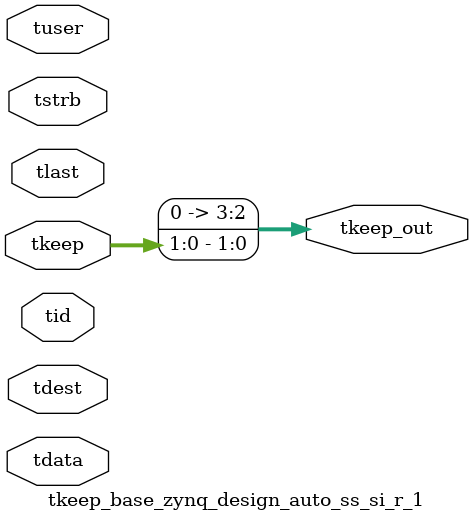
<source format=v>


`timescale 1ps/1ps

module tkeep_base_zynq_design_auto_ss_si_r_1 #
(
parameter C_S_AXIS_TDATA_WIDTH = 32,
parameter C_S_AXIS_TUSER_WIDTH = 0,
parameter C_S_AXIS_TID_WIDTH   = 0,
parameter C_S_AXIS_TDEST_WIDTH = 0,
parameter C_M_AXIS_TDATA_WIDTH = 32
)
(
input  [(C_S_AXIS_TDATA_WIDTH == 0 ? 1 : C_S_AXIS_TDATA_WIDTH)-1:0     ] tdata,
input  [(C_S_AXIS_TUSER_WIDTH == 0 ? 1 : C_S_AXIS_TUSER_WIDTH)-1:0     ] tuser,
input  [(C_S_AXIS_TID_WIDTH   == 0 ? 1 : C_S_AXIS_TID_WIDTH)-1:0       ] tid,
input  [(C_S_AXIS_TDEST_WIDTH == 0 ? 1 : C_S_AXIS_TDEST_WIDTH)-1:0     ] tdest,
input  [(C_S_AXIS_TDATA_WIDTH/8)-1:0 ] tkeep,
input  [(C_S_AXIS_TDATA_WIDTH/8)-1:0 ] tstrb,
input                                                                    tlast,
output [(C_M_AXIS_TDATA_WIDTH/8)-1:0 ] tkeep_out
);

assign tkeep_out = {tkeep[1:0]};

endmodule


</source>
